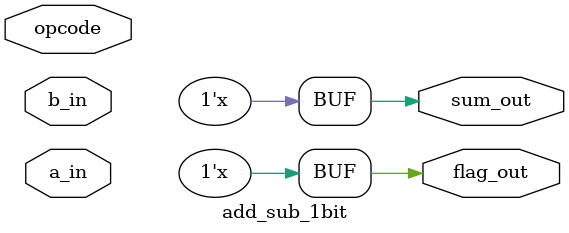
<source format=v>
`timescale 1ns / 1ps


module add_sub_1bit(
input a_in,b_in,opcode,
output sum_out,flag_out);
reg sum_out,flag_out,inter_b_in;
always@(*)
begin
{flag_out,sum_out}=a_in+inter_b_in+opcode;
if(opcode==1'b0)
inter_b_in=b_in;
else
inter_b_in=~b_in;
end
endmodule

</source>
